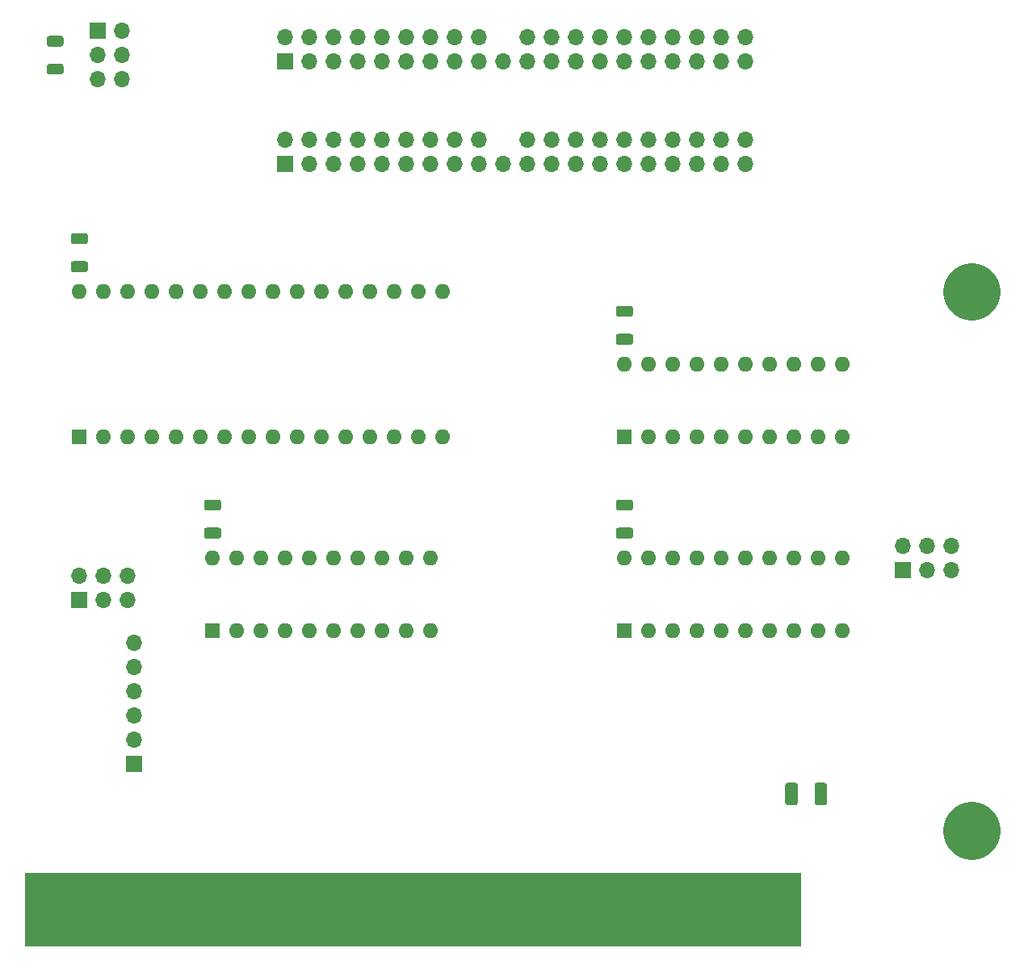
<source format=gts>
%TF.GenerationSoftware,KiCad,Pcbnew,(5.1.9)-1*%
%TF.CreationDate,2021-09-28T21:55:09+08:00*%
%TF.ProjectId,XTA-Interface,5854412d-496e-4746-9572-666163652e6b,rev?*%
%TF.SameCoordinates,Original*%
%TF.FileFunction,Soldermask,Top*%
%TF.FilePolarity,Negative*%
%FSLAX46Y46*%
G04 Gerber Fmt 4.6, Leading zero omitted, Abs format (unit mm)*
G04 Created by KiCad (PCBNEW (5.1.9)-1) date 2021-09-28 21:55:09*
%MOMM*%
%LPD*%
G01*
G04 APERTURE LIST*
%ADD10C,0.100000*%
%ADD11C,6.000000*%
%ADD12C,4.000000*%
%ADD13O,1.700000X1.700000*%
%ADD14R,1.700000X1.700000*%
%ADD15O,1.600000X1.600000*%
%ADD16R,1.600000X1.600000*%
%ADD17R,1.780000X7.620000*%
G04 APERTURE END LIST*
D10*
G36*
X177800000Y-142240000D02*
G01*
X96520000Y-142240000D01*
X96520000Y-134620000D01*
X177800000Y-134620000D01*
X177800000Y-142240000D01*
G37*
X177800000Y-142240000D02*
X96520000Y-142240000D01*
X96520000Y-134620000D01*
X177800000Y-134620000D01*
X177800000Y-142240000D01*
D11*
%TO.C,H4*%
X195763000Y-130200000D02*
X195763000Y-130180000D01*
%TO.C,H2*%
X195763000Y-73680000D02*
X195763000Y-73660000D01*
%TD*%
D12*
%TO.C,H4*%
X195763000Y-130190000D03*
%TD*%
%TO.C,H2*%
X195763000Y-73670000D03*
%TD*%
D13*
%TO.C,CN4*%
X107950000Y-110490000D03*
X107950000Y-113030000D03*
X107950000Y-115570000D03*
X107950000Y-118110000D03*
X107950000Y-120650000D03*
D14*
X107950000Y-123190000D03*
%TD*%
D15*
%TO.C,U2*%
X159385000Y-81280000D03*
X182245000Y-88900000D03*
X161925000Y-81280000D03*
X179705000Y-88900000D03*
X164465000Y-81280000D03*
X177165000Y-88900000D03*
X167005000Y-81280000D03*
X174625000Y-88900000D03*
X169545000Y-81280000D03*
X172085000Y-88900000D03*
X172085000Y-81280000D03*
X169545000Y-88900000D03*
X174625000Y-81280000D03*
X167005000Y-88900000D03*
X177165000Y-81280000D03*
X164465000Y-88900000D03*
X179705000Y-81280000D03*
X161925000Y-88900000D03*
X182245000Y-81280000D03*
D16*
X159385000Y-88900000D03*
%TD*%
D15*
%TO.C,U4*%
X159385000Y-101600000D03*
X182245000Y-109220000D03*
X161925000Y-101600000D03*
X179705000Y-109220000D03*
X164465000Y-101600000D03*
X177165000Y-109220000D03*
X167005000Y-101600000D03*
X174625000Y-109220000D03*
X169545000Y-101600000D03*
X172085000Y-109220000D03*
X172085000Y-101600000D03*
X169545000Y-109220000D03*
X174625000Y-101600000D03*
X167005000Y-109220000D03*
X177165000Y-101600000D03*
X164465000Y-109220000D03*
X179705000Y-101600000D03*
X161925000Y-109220000D03*
X182245000Y-101600000D03*
D16*
X159385000Y-109220000D03*
%TD*%
D15*
%TO.C,U3*%
X116205000Y-101600000D03*
X139065000Y-109220000D03*
X118745000Y-101600000D03*
X136525000Y-109220000D03*
X121285000Y-101600000D03*
X133985000Y-109220000D03*
X123825000Y-101600000D03*
X131445000Y-109220000D03*
X126365000Y-101600000D03*
X128905000Y-109220000D03*
X128905000Y-101600000D03*
X126365000Y-109220000D03*
X131445000Y-101600000D03*
X123825000Y-109220000D03*
X133985000Y-101600000D03*
X121285000Y-109220000D03*
X136525000Y-101600000D03*
X118745000Y-109220000D03*
X139065000Y-101600000D03*
D16*
X116205000Y-109220000D03*
%TD*%
D15*
%TO.C,U1*%
X102235000Y-73660000D03*
X140335000Y-88900000D03*
X104775000Y-73660000D03*
X137795000Y-88900000D03*
X107315000Y-73660000D03*
X135255000Y-88900000D03*
X109855000Y-73660000D03*
X132715000Y-88900000D03*
X112395000Y-73660000D03*
X130175000Y-88900000D03*
X114935000Y-73660000D03*
X127635000Y-88900000D03*
X117475000Y-73660000D03*
X125095000Y-88900000D03*
X120015000Y-73660000D03*
X122555000Y-88900000D03*
X122555000Y-73660000D03*
X120015000Y-88900000D03*
X125095000Y-73660000D03*
X117475000Y-88900000D03*
X127635000Y-73660000D03*
X114935000Y-88900000D03*
X130175000Y-73660000D03*
X112395000Y-88900000D03*
X132715000Y-73660000D03*
X109855000Y-88900000D03*
X135255000Y-73660000D03*
X107315000Y-88900000D03*
X137795000Y-73660000D03*
X104775000Y-88900000D03*
X140335000Y-73660000D03*
D16*
X102235000Y-88900000D03*
%TD*%
D13*
%TO.C,JP2*%
X193675000Y-100330000D03*
X193675000Y-102870000D03*
X191135000Y-100330000D03*
X191135000Y-102870000D03*
X188595000Y-100330000D03*
D14*
X188595000Y-102870000D03*
%TD*%
D13*
%TO.C,JP1*%
X107315000Y-103505000D03*
X107315000Y-106045000D03*
X104775000Y-103505000D03*
X104775000Y-106045000D03*
X102235000Y-103505000D03*
D14*
X102235000Y-106045000D03*
%TD*%
%TO.C,C5*%
G36*
G01*
X179310000Y-127290001D02*
X179310000Y-125439999D01*
G75*
G02*
X179559999Y-125190000I249999J0D01*
G01*
X180385001Y-125190000D01*
G75*
G02*
X180635000Y-125439999I0J-249999D01*
G01*
X180635000Y-127290001D01*
G75*
G02*
X180385001Y-127540000I-249999J0D01*
G01*
X179559999Y-127540000D01*
G75*
G02*
X179310000Y-127290001I0J249999D01*
G01*
G37*
G36*
G01*
X176235000Y-127290001D02*
X176235000Y-125439999D01*
G75*
G02*
X176484999Y-125190000I249999J0D01*
G01*
X177310001Y-125190000D01*
G75*
G02*
X177560000Y-125439999I0J-249999D01*
G01*
X177560000Y-127290001D01*
G75*
G02*
X177310001Y-127540000I-249999J0D01*
G01*
X176484999Y-127540000D01*
G75*
G02*
X176235000Y-127290001I0J249999D01*
G01*
G37*
%TD*%
%TO.C,C2*%
G36*
G01*
X160035001Y-76316000D02*
X158734999Y-76316000D01*
G75*
G02*
X158485000Y-76066001I0J249999D01*
G01*
X158485000Y-75415999D01*
G75*
G02*
X158734999Y-75166000I249999J0D01*
G01*
X160035001Y-75166000D01*
G75*
G02*
X160285000Y-75415999I0J-249999D01*
G01*
X160285000Y-76066001D01*
G75*
G02*
X160035001Y-76316000I-249999J0D01*
G01*
G37*
G36*
G01*
X160035001Y-79266000D02*
X158734999Y-79266000D01*
G75*
G02*
X158485000Y-79016001I0J249999D01*
G01*
X158485000Y-78365999D01*
G75*
G02*
X158734999Y-78116000I249999J0D01*
G01*
X160035001Y-78116000D01*
G75*
G02*
X160285000Y-78365999I0J-249999D01*
G01*
X160285000Y-79016001D01*
G75*
G02*
X160035001Y-79266000I-249999J0D01*
G01*
G37*
%TD*%
%TO.C,C4*%
G36*
G01*
X160035001Y-96636000D02*
X158734999Y-96636000D01*
G75*
G02*
X158485000Y-96386001I0J249999D01*
G01*
X158485000Y-95735999D01*
G75*
G02*
X158734999Y-95486000I249999J0D01*
G01*
X160035001Y-95486000D01*
G75*
G02*
X160285000Y-95735999I0J-249999D01*
G01*
X160285000Y-96386001D01*
G75*
G02*
X160035001Y-96636000I-249999J0D01*
G01*
G37*
G36*
G01*
X160035001Y-99586000D02*
X158734999Y-99586000D01*
G75*
G02*
X158485000Y-99336001I0J249999D01*
G01*
X158485000Y-98685999D01*
G75*
G02*
X158734999Y-98436000I249999J0D01*
G01*
X160035001Y-98436000D01*
G75*
G02*
X160285000Y-98685999I0J-249999D01*
G01*
X160285000Y-99336001D01*
G75*
G02*
X160035001Y-99586000I-249999J0D01*
G01*
G37*
%TD*%
%TO.C,C3*%
G36*
G01*
X116855001Y-99586000D02*
X115554999Y-99586000D01*
G75*
G02*
X115305000Y-99336001I0J249999D01*
G01*
X115305000Y-98685999D01*
G75*
G02*
X115554999Y-98436000I249999J0D01*
G01*
X116855001Y-98436000D01*
G75*
G02*
X117105000Y-98685999I0J-249999D01*
G01*
X117105000Y-99336001D01*
G75*
G02*
X116855001Y-99586000I-249999J0D01*
G01*
G37*
G36*
G01*
X116855001Y-96636000D02*
X115554999Y-96636000D01*
G75*
G02*
X115305000Y-96386001I0J249999D01*
G01*
X115305000Y-95735999D01*
G75*
G02*
X115554999Y-95486000I249999J0D01*
G01*
X116855001Y-95486000D01*
G75*
G02*
X117105000Y-95735999I0J-249999D01*
G01*
X117105000Y-96386001D01*
G75*
G02*
X116855001Y-96636000I-249999J0D01*
G01*
G37*
%TD*%
%TO.C,C1*%
G36*
G01*
X102885001Y-68696000D02*
X101584999Y-68696000D01*
G75*
G02*
X101335000Y-68446001I0J249999D01*
G01*
X101335000Y-67795999D01*
G75*
G02*
X101584999Y-67546000I249999J0D01*
G01*
X102885001Y-67546000D01*
G75*
G02*
X103135000Y-67795999I0J-249999D01*
G01*
X103135000Y-68446001D01*
G75*
G02*
X102885001Y-68696000I-249999J0D01*
G01*
G37*
G36*
G01*
X102885001Y-71646000D02*
X101584999Y-71646000D01*
G75*
G02*
X101335000Y-71396001I0J249999D01*
G01*
X101335000Y-70745999D01*
G75*
G02*
X101584999Y-70496000I249999J0D01*
G01*
X102885001Y-70496000D01*
G75*
G02*
X103135000Y-70745999I0J-249999D01*
G01*
X103135000Y-71396001D01*
G75*
G02*
X102885001Y-71646000I-249999J0D01*
G01*
G37*
%TD*%
%TO.C,R1*%
G36*
G01*
X100320001Y-47995000D02*
X99069999Y-47995000D01*
G75*
G02*
X98820000Y-47745001I0J249999D01*
G01*
X98820000Y-47119999D01*
G75*
G02*
X99069999Y-46870000I249999J0D01*
G01*
X100320001Y-46870000D01*
G75*
G02*
X100570000Y-47119999I0J-249999D01*
G01*
X100570000Y-47745001D01*
G75*
G02*
X100320001Y-47995000I-249999J0D01*
G01*
G37*
G36*
G01*
X100320001Y-50920000D02*
X99069999Y-50920000D01*
G75*
G02*
X98820000Y-50670001I0J249999D01*
G01*
X98820000Y-50044999D01*
G75*
G02*
X99069999Y-49795000I249999J0D01*
G01*
X100320001Y-49795000D01*
G75*
G02*
X100570000Y-50044999I0J-249999D01*
G01*
X100570000Y-50670001D01*
G75*
G02*
X100320001Y-50920000I-249999J0D01*
G01*
G37*
%TD*%
D13*
%TO.C,CN3*%
X106680000Y-51435000D03*
X104140000Y-51435000D03*
X106680000Y-48895000D03*
X104140000Y-48895000D03*
X106680000Y-46355000D03*
D14*
X104140000Y-46355000D03*
%TD*%
D13*
%TO.C,CN2*%
X172085000Y-57785000D03*
X172085000Y-60325000D03*
X169545000Y-57785000D03*
X169545000Y-60325000D03*
X167005000Y-57785000D03*
X167005000Y-60325000D03*
X164465000Y-57785000D03*
X164465000Y-60325000D03*
X161925000Y-57785000D03*
X161925000Y-60325000D03*
X159385000Y-57785000D03*
X159385000Y-60325000D03*
X156845000Y-57785000D03*
X156845000Y-60325000D03*
X154305000Y-57785000D03*
X154305000Y-60325000D03*
X151765000Y-57785000D03*
X151765000Y-60325000D03*
X149225000Y-57785000D03*
X149225000Y-60325000D03*
X146685000Y-60325000D03*
X144145000Y-57785000D03*
X144145000Y-60325000D03*
X141605000Y-57785000D03*
X141605000Y-60325000D03*
X139065000Y-57785000D03*
X139065000Y-60325000D03*
X136525000Y-57785000D03*
X136525000Y-60325000D03*
X133985000Y-57785000D03*
X133985000Y-60325000D03*
X131445000Y-57785000D03*
X131445000Y-60325000D03*
X128905000Y-57785000D03*
X128905000Y-60325000D03*
X126365000Y-57785000D03*
X126365000Y-60325000D03*
X123825000Y-57785000D03*
D14*
X123825000Y-60325000D03*
%TD*%
D13*
%TO.C,CN1*%
X172085000Y-46990000D03*
X172085000Y-49530000D03*
X169545000Y-46990000D03*
X169545000Y-49530000D03*
X167005000Y-46990000D03*
X167005000Y-49530000D03*
X164465000Y-46990000D03*
X164465000Y-49530000D03*
X161925000Y-46990000D03*
X161925000Y-49530000D03*
X159385000Y-46990000D03*
X159385000Y-49530000D03*
X156845000Y-46990000D03*
X156845000Y-49530000D03*
X154305000Y-46990000D03*
X154305000Y-49530000D03*
X151765000Y-46990000D03*
X151765000Y-49530000D03*
X149225000Y-46990000D03*
X149225000Y-49530000D03*
X146685000Y-49530000D03*
X144145000Y-46990000D03*
X144145000Y-49530000D03*
X141605000Y-46990000D03*
X141605000Y-49530000D03*
X139065000Y-46990000D03*
X139065000Y-49530000D03*
X136525000Y-46990000D03*
X136525000Y-49530000D03*
X133985000Y-46990000D03*
X133985000Y-49530000D03*
X131445000Y-46990000D03*
X131445000Y-49530000D03*
X128905000Y-46990000D03*
X128905000Y-49530000D03*
X126365000Y-46990000D03*
X126365000Y-49530000D03*
X123825000Y-46990000D03*
D14*
X123825000Y-49530000D03*
%TD*%
D17*
%TO.C,J3*%
X99060000Y-138430000D03*
X101600000Y-138430000D03*
X104140000Y-138430000D03*
X106680000Y-138430000D03*
X109220000Y-138430000D03*
X111760000Y-138430000D03*
X114300000Y-138430000D03*
X116840000Y-138430000D03*
X119380000Y-138430000D03*
X121920000Y-138430000D03*
X124460000Y-138430000D03*
X127000000Y-138430000D03*
X129540000Y-138430000D03*
X132080000Y-138430000D03*
X134620000Y-138430000D03*
X137160000Y-138430000D03*
X139700000Y-138430000D03*
X142240000Y-138430000D03*
X144780000Y-138430000D03*
X147320000Y-138430000D03*
X149860000Y-138430000D03*
X152400000Y-138430000D03*
X154940000Y-138430000D03*
X157480000Y-138430000D03*
X160020000Y-138430000D03*
X162560000Y-138430000D03*
X165100000Y-138430000D03*
X167640000Y-138430000D03*
X170180000Y-138430000D03*
X172720000Y-138430000D03*
X175260000Y-138430000D03*
%TD*%
M02*

</source>
